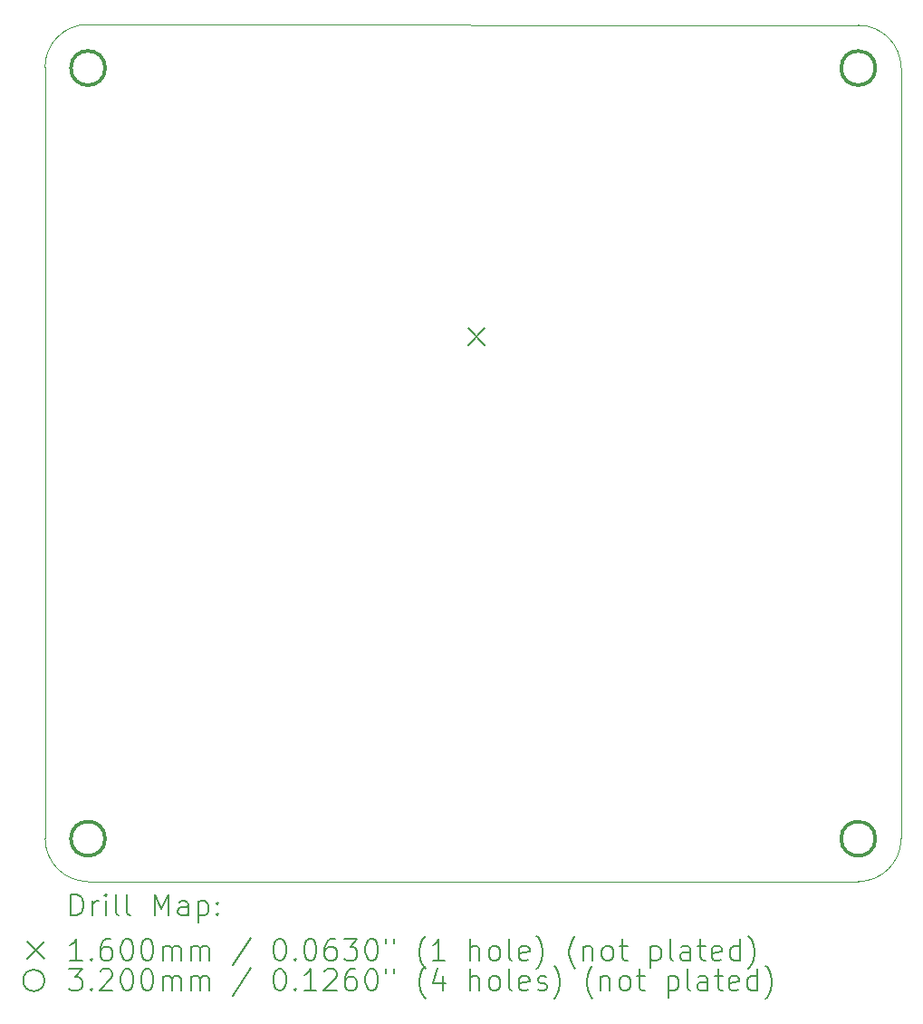
<source format=gbr>
%TF.GenerationSoftware,KiCad,Pcbnew,7.0.1*%
%TF.CreationDate,2024-03-23T22:37:26-05:00*%
%TF.ProjectId,Chassis,43686173-7369-4732-9e6b-696361645f70,rev?*%
%TF.SameCoordinates,Original*%
%TF.FileFunction,Drillmap*%
%TF.FilePolarity,Positive*%
%FSLAX45Y45*%
G04 Gerber Fmt 4.5, Leading zero omitted, Abs format (unit mm)*
G04 Created by KiCad (PCBNEW 7.0.1) date 2024-03-23 22:37:26*
%MOMM*%
%LPD*%
G01*
G04 APERTURE LIST*
%ADD10C,0.100000*%
%ADD11C,0.200000*%
%ADD12C,0.160000*%
%ADD13C,0.320000*%
G04 APERTURE END LIST*
D10*
X5232843Y-2532843D02*
X12434700Y-2540000D01*
X4834700Y-10140000D02*
X4832843Y-2932843D01*
X12434700Y-10540000D02*
G75*
G03*
X12834700Y-10140000I0J400000D01*
G01*
X12834700Y-2940000D02*
X12834700Y-10140000D01*
X12434700Y-10540000D02*
X5234700Y-10540000D01*
X4834700Y-10140000D02*
G75*
G03*
X5234700Y-10540000I400000J0D01*
G01*
X12834700Y-2940000D02*
G75*
G03*
X12434700Y-2540000I-400000J0D01*
G01*
X5232843Y-2532843D02*
G75*
G03*
X4832843Y-2932843I0J-400000D01*
G01*
D11*
D12*
X8786000Y-5370400D02*
X8946000Y-5530400D01*
X8946000Y-5370400D02*
X8786000Y-5530400D01*
D13*
X5394700Y-2940000D02*
G75*
G03*
X5394700Y-2940000I-160000J0D01*
G01*
X5394700Y-10140000D02*
G75*
G03*
X5394700Y-10140000I-160000J0D01*
G01*
X12594700Y-2940000D02*
G75*
G03*
X12594700Y-2940000I-160000J0D01*
G01*
X12594700Y-10140000D02*
G75*
G03*
X12594700Y-10140000I-160000J0D01*
G01*
D11*
X5075462Y-10857524D02*
X5075462Y-10657524D01*
X5075462Y-10657524D02*
X5123081Y-10657524D01*
X5123081Y-10657524D02*
X5151652Y-10667048D01*
X5151652Y-10667048D02*
X5170700Y-10686095D01*
X5170700Y-10686095D02*
X5180224Y-10705143D01*
X5180224Y-10705143D02*
X5189747Y-10743238D01*
X5189747Y-10743238D02*
X5189747Y-10771810D01*
X5189747Y-10771810D02*
X5180224Y-10809905D01*
X5180224Y-10809905D02*
X5170700Y-10828952D01*
X5170700Y-10828952D02*
X5151652Y-10848000D01*
X5151652Y-10848000D02*
X5123081Y-10857524D01*
X5123081Y-10857524D02*
X5075462Y-10857524D01*
X5275462Y-10857524D02*
X5275462Y-10724190D01*
X5275462Y-10762286D02*
X5284986Y-10743238D01*
X5284986Y-10743238D02*
X5294509Y-10733714D01*
X5294509Y-10733714D02*
X5313557Y-10724190D01*
X5313557Y-10724190D02*
X5332605Y-10724190D01*
X5399271Y-10857524D02*
X5399271Y-10724190D01*
X5399271Y-10657524D02*
X5389747Y-10667048D01*
X5389747Y-10667048D02*
X5399271Y-10676571D01*
X5399271Y-10676571D02*
X5408795Y-10667048D01*
X5408795Y-10667048D02*
X5399271Y-10657524D01*
X5399271Y-10657524D02*
X5399271Y-10676571D01*
X5523081Y-10857524D02*
X5504033Y-10848000D01*
X5504033Y-10848000D02*
X5494509Y-10828952D01*
X5494509Y-10828952D02*
X5494509Y-10657524D01*
X5627843Y-10857524D02*
X5608795Y-10848000D01*
X5608795Y-10848000D02*
X5599271Y-10828952D01*
X5599271Y-10828952D02*
X5599271Y-10657524D01*
X5856414Y-10857524D02*
X5856414Y-10657524D01*
X5856414Y-10657524D02*
X5923081Y-10800381D01*
X5923081Y-10800381D02*
X5989747Y-10657524D01*
X5989747Y-10657524D02*
X5989747Y-10857524D01*
X6170700Y-10857524D02*
X6170700Y-10752762D01*
X6170700Y-10752762D02*
X6161176Y-10733714D01*
X6161176Y-10733714D02*
X6142128Y-10724190D01*
X6142128Y-10724190D02*
X6104033Y-10724190D01*
X6104033Y-10724190D02*
X6084985Y-10733714D01*
X6170700Y-10848000D02*
X6151652Y-10857524D01*
X6151652Y-10857524D02*
X6104033Y-10857524D01*
X6104033Y-10857524D02*
X6084985Y-10848000D01*
X6084985Y-10848000D02*
X6075462Y-10828952D01*
X6075462Y-10828952D02*
X6075462Y-10809905D01*
X6075462Y-10809905D02*
X6084985Y-10790857D01*
X6084985Y-10790857D02*
X6104033Y-10781333D01*
X6104033Y-10781333D02*
X6151652Y-10781333D01*
X6151652Y-10781333D02*
X6170700Y-10771810D01*
X6265938Y-10724190D02*
X6265938Y-10924190D01*
X6265938Y-10733714D02*
X6284985Y-10724190D01*
X6284985Y-10724190D02*
X6323081Y-10724190D01*
X6323081Y-10724190D02*
X6342128Y-10733714D01*
X6342128Y-10733714D02*
X6351652Y-10743238D01*
X6351652Y-10743238D02*
X6361176Y-10762286D01*
X6361176Y-10762286D02*
X6361176Y-10819429D01*
X6361176Y-10819429D02*
X6351652Y-10838476D01*
X6351652Y-10838476D02*
X6342128Y-10848000D01*
X6342128Y-10848000D02*
X6323081Y-10857524D01*
X6323081Y-10857524D02*
X6284985Y-10857524D01*
X6284985Y-10857524D02*
X6265938Y-10848000D01*
X6446890Y-10838476D02*
X6456414Y-10848000D01*
X6456414Y-10848000D02*
X6446890Y-10857524D01*
X6446890Y-10857524D02*
X6437366Y-10848000D01*
X6437366Y-10848000D02*
X6446890Y-10838476D01*
X6446890Y-10838476D02*
X6446890Y-10857524D01*
X6446890Y-10733714D02*
X6456414Y-10743238D01*
X6456414Y-10743238D02*
X6446890Y-10752762D01*
X6446890Y-10752762D02*
X6437366Y-10743238D01*
X6437366Y-10743238D02*
X6446890Y-10733714D01*
X6446890Y-10733714D02*
X6446890Y-10752762D01*
D12*
X4667843Y-11105000D02*
X4827843Y-11265000D01*
X4827843Y-11105000D02*
X4667843Y-11265000D01*
D11*
X5180224Y-11277524D02*
X5065938Y-11277524D01*
X5123081Y-11277524D02*
X5123081Y-11077524D01*
X5123081Y-11077524D02*
X5104033Y-11106095D01*
X5104033Y-11106095D02*
X5084986Y-11125143D01*
X5084986Y-11125143D02*
X5065938Y-11134667D01*
X5265938Y-11258476D02*
X5275462Y-11268000D01*
X5275462Y-11268000D02*
X5265938Y-11277524D01*
X5265938Y-11277524D02*
X5256414Y-11268000D01*
X5256414Y-11268000D02*
X5265938Y-11258476D01*
X5265938Y-11258476D02*
X5265938Y-11277524D01*
X5446890Y-11077524D02*
X5408795Y-11077524D01*
X5408795Y-11077524D02*
X5389747Y-11087048D01*
X5389747Y-11087048D02*
X5380224Y-11096571D01*
X5380224Y-11096571D02*
X5361176Y-11125143D01*
X5361176Y-11125143D02*
X5351652Y-11163238D01*
X5351652Y-11163238D02*
X5351652Y-11239428D01*
X5351652Y-11239428D02*
X5361176Y-11258476D01*
X5361176Y-11258476D02*
X5370700Y-11268000D01*
X5370700Y-11268000D02*
X5389747Y-11277524D01*
X5389747Y-11277524D02*
X5427843Y-11277524D01*
X5427843Y-11277524D02*
X5446890Y-11268000D01*
X5446890Y-11268000D02*
X5456414Y-11258476D01*
X5456414Y-11258476D02*
X5465938Y-11239428D01*
X5465938Y-11239428D02*
X5465938Y-11191809D01*
X5465938Y-11191809D02*
X5456414Y-11172762D01*
X5456414Y-11172762D02*
X5446890Y-11163238D01*
X5446890Y-11163238D02*
X5427843Y-11153714D01*
X5427843Y-11153714D02*
X5389747Y-11153714D01*
X5389747Y-11153714D02*
X5370700Y-11163238D01*
X5370700Y-11163238D02*
X5361176Y-11172762D01*
X5361176Y-11172762D02*
X5351652Y-11191809D01*
X5589747Y-11077524D02*
X5608795Y-11077524D01*
X5608795Y-11077524D02*
X5627843Y-11087048D01*
X5627843Y-11087048D02*
X5637366Y-11096571D01*
X5637366Y-11096571D02*
X5646890Y-11115619D01*
X5646890Y-11115619D02*
X5656414Y-11153714D01*
X5656414Y-11153714D02*
X5656414Y-11201333D01*
X5656414Y-11201333D02*
X5646890Y-11239428D01*
X5646890Y-11239428D02*
X5637366Y-11258476D01*
X5637366Y-11258476D02*
X5627843Y-11268000D01*
X5627843Y-11268000D02*
X5608795Y-11277524D01*
X5608795Y-11277524D02*
X5589747Y-11277524D01*
X5589747Y-11277524D02*
X5570700Y-11268000D01*
X5570700Y-11268000D02*
X5561176Y-11258476D01*
X5561176Y-11258476D02*
X5551652Y-11239428D01*
X5551652Y-11239428D02*
X5542128Y-11201333D01*
X5542128Y-11201333D02*
X5542128Y-11153714D01*
X5542128Y-11153714D02*
X5551652Y-11115619D01*
X5551652Y-11115619D02*
X5561176Y-11096571D01*
X5561176Y-11096571D02*
X5570700Y-11087048D01*
X5570700Y-11087048D02*
X5589747Y-11077524D01*
X5780224Y-11077524D02*
X5799271Y-11077524D01*
X5799271Y-11077524D02*
X5818319Y-11087048D01*
X5818319Y-11087048D02*
X5827843Y-11096571D01*
X5827843Y-11096571D02*
X5837366Y-11115619D01*
X5837366Y-11115619D02*
X5846890Y-11153714D01*
X5846890Y-11153714D02*
X5846890Y-11201333D01*
X5846890Y-11201333D02*
X5837366Y-11239428D01*
X5837366Y-11239428D02*
X5827843Y-11258476D01*
X5827843Y-11258476D02*
X5818319Y-11268000D01*
X5818319Y-11268000D02*
X5799271Y-11277524D01*
X5799271Y-11277524D02*
X5780224Y-11277524D01*
X5780224Y-11277524D02*
X5761176Y-11268000D01*
X5761176Y-11268000D02*
X5751652Y-11258476D01*
X5751652Y-11258476D02*
X5742128Y-11239428D01*
X5742128Y-11239428D02*
X5732605Y-11201333D01*
X5732605Y-11201333D02*
X5732605Y-11153714D01*
X5732605Y-11153714D02*
X5742128Y-11115619D01*
X5742128Y-11115619D02*
X5751652Y-11096571D01*
X5751652Y-11096571D02*
X5761176Y-11087048D01*
X5761176Y-11087048D02*
X5780224Y-11077524D01*
X5932605Y-11277524D02*
X5932605Y-11144190D01*
X5932605Y-11163238D02*
X5942128Y-11153714D01*
X5942128Y-11153714D02*
X5961176Y-11144190D01*
X5961176Y-11144190D02*
X5989747Y-11144190D01*
X5989747Y-11144190D02*
X6008795Y-11153714D01*
X6008795Y-11153714D02*
X6018319Y-11172762D01*
X6018319Y-11172762D02*
X6018319Y-11277524D01*
X6018319Y-11172762D02*
X6027843Y-11153714D01*
X6027843Y-11153714D02*
X6046890Y-11144190D01*
X6046890Y-11144190D02*
X6075462Y-11144190D01*
X6075462Y-11144190D02*
X6094509Y-11153714D01*
X6094509Y-11153714D02*
X6104033Y-11172762D01*
X6104033Y-11172762D02*
X6104033Y-11277524D01*
X6199271Y-11277524D02*
X6199271Y-11144190D01*
X6199271Y-11163238D02*
X6208795Y-11153714D01*
X6208795Y-11153714D02*
X6227843Y-11144190D01*
X6227843Y-11144190D02*
X6256414Y-11144190D01*
X6256414Y-11144190D02*
X6275462Y-11153714D01*
X6275462Y-11153714D02*
X6284986Y-11172762D01*
X6284986Y-11172762D02*
X6284986Y-11277524D01*
X6284986Y-11172762D02*
X6294509Y-11153714D01*
X6294509Y-11153714D02*
X6313557Y-11144190D01*
X6313557Y-11144190D02*
X6342128Y-11144190D01*
X6342128Y-11144190D02*
X6361176Y-11153714D01*
X6361176Y-11153714D02*
X6370700Y-11172762D01*
X6370700Y-11172762D02*
X6370700Y-11277524D01*
X6761176Y-11068000D02*
X6589748Y-11325143D01*
X7018319Y-11077524D02*
X7037367Y-11077524D01*
X7037367Y-11077524D02*
X7056414Y-11087048D01*
X7056414Y-11087048D02*
X7065938Y-11096571D01*
X7065938Y-11096571D02*
X7075462Y-11115619D01*
X7075462Y-11115619D02*
X7084986Y-11153714D01*
X7084986Y-11153714D02*
X7084986Y-11201333D01*
X7084986Y-11201333D02*
X7075462Y-11239428D01*
X7075462Y-11239428D02*
X7065938Y-11258476D01*
X7065938Y-11258476D02*
X7056414Y-11268000D01*
X7056414Y-11268000D02*
X7037367Y-11277524D01*
X7037367Y-11277524D02*
X7018319Y-11277524D01*
X7018319Y-11277524D02*
X6999271Y-11268000D01*
X6999271Y-11268000D02*
X6989748Y-11258476D01*
X6989748Y-11258476D02*
X6980224Y-11239428D01*
X6980224Y-11239428D02*
X6970700Y-11201333D01*
X6970700Y-11201333D02*
X6970700Y-11153714D01*
X6970700Y-11153714D02*
X6980224Y-11115619D01*
X6980224Y-11115619D02*
X6989748Y-11096571D01*
X6989748Y-11096571D02*
X6999271Y-11087048D01*
X6999271Y-11087048D02*
X7018319Y-11077524D01*
X7170700Y-11258476D02*
X7180224Y-11268000D01*
X7180224Y-11268000D02*
X7170700Y-11277524D01*
X7170700Y-11277524D02*
X7161176Y-11268000D01*
X7161176Y-11268000D02*
X7170700Y-11258476D01*
X7170700Y-11258476D02*
X7170700Y-11277524D01*
X7304033Y-11077524D02*
X7323081Y-11077524D01*
X7323081Y-11077524D02*
X7342129Y-11087048D01*
X7342129Y-11087048D02*
X7351652Y-11096571D01*
X7351652Y-11096571D02*
X7361176Y-11115619D01*
X7361176Y-11115619D02*
X7370700Y-11153714D01*
X7370700Y-11153714D02*
X7370700Y-11201333D01*
X7370700Y-11201333D02*
X7361176Y-11239428D01*
X7361176Y-11239428D02*
X7351652Y-11258476D01*
X7351652Y-11258476D02*
X7342129Y-11268000D01*
X7342129Y-11268000D02*
X7323081Y-11277524D01*
X7323081Y-11277524D02*
X7304033Y-11277524D01*
X7304033Y-11277524D02*
X7284986Y-11268000D01*
X7284986Y-11268000D02*
X7275462Y-11258476D01*
X7275462Y-11258476D02*
X7265938Y-11239428D01*
X7265938Y-11239428D02*
X7256414Y-11201333D01*
X7256414Y-11201333D02*
X7256414Y-11153714D01*
X7256414Y-11153714D02*
X7265938Y-11115619D01*
X7265938Y-11115619D02*
X7275462Y-11096571D01*
X7275462Y-11096571D02*
X7284986Y-11087048D01*
X7284986Y-11087048D02*
X7304033Y-11077524D01*
X7542129Y-11077524D02*
X7504033Y-11077524D01*
X7504033Y-11077524D02*
X7484986Y-11087048D01*
X7484986Y-11087048D02*
X7475462Y-11096571D01*
X7475462Y-11096571D02*
X7456414Y-11125143D01*
X7456414Y-11125143D02*
X7446890Y-11163238D01*
X7446890Y-11163238D02*
X7446890Y-11239428D01*
X7446890Y-11239428D02*
X7456414Y-11258476D01*
X7456414Y-11258476D02*
X7465938Y-11268000D01*
X7465938Y-11268000D02*
X7484986Y-11277524D01*
X7484986Y-11277524D02*
X7523081Y-11277524D01*
X7523081Y-11277524D02*
X7542129Y-11268000D01*
X7542129Y-11268000D02*
X7551652Y-11258476D01*
X7551652Y-11258476D02*
X7561176Y-11239428D01*
X7561176Y-11239428D02*
X7561176Y-11191809D01*
X7561176Y-11191809D02*
X7551652Y-11172762D01*
X7551652Y-11172762D02*
X7542129Y-11163238D01*
X7542129Y-11163238D02*
X7523081Y-11153714D01*
X7523081Y-11153714D02*
X7484986Y-11153714D01*
X7484986Y-11153714D02*
X7465938Y-11163238D01*
X7465938Y-11163238D02*
X7456414Y-11172762D01*
X7456414Y-11172762D02*
X7446890Y-11191809D01*
X7627843Y-11077524D02*
X7751652Y-11077524D01*
X7751652Y-11077524D02*
X7684986Y-11153714D01*
X7684986Y-11153714D02*
X7713557Y-11153714D01*
X7713557Y-11153714D02*
X7732605Y-11163238D01*
X7732605Y-11163238D02*
X7742129Y-11172762D01*
X7742129Y-11172762D02*
X7751652Y-11191809D01*
X7751652Y-11191809D02*
X7751652Y-11239428D01*
X7751652Y-11239428D02*
X7742129Y-11258476D01*
X7742129Y-11258476D02*
X7732605Y-11268000D01*
X7732605Y-11268000D02*
X7713557Y-11277524D01*
X7713557Y-11277524D02*
X7656414Y-11277524D01*
X7656414Y-11277524D02*
X7637367Y-11268000D01*
X7637367Y-11268000D02*
X7627843Y-11258476D01*
X7875462Y-11077524D02*
X7894510Y-11077524D01*
X7894510Y-11077524D02*
X7913557Y-11087048D01*
X7913557Y-11087048D02*
X7923081Y-11096571D01*
X7923081Y-11096571D02*
X7932605Y-11115619D01*
X7932605Y-11115619D02*
X7942129Y-11153714D01*
X7942129Y-11153714D02*
X7942129Y-11201333D01*
X7942129Y-11201333D02*
X7932605Y-11239428D01*
X7932605Y-11239428D02*
X7923081Y-11258476D01*
X7923081Y-11258476D02*
X7913557Y-11268000D01*
X7913557Y-11268000D02*
X7894510Y-11277524D01*
X7894510Y-11277524D02*
X7875462Y-11277524D01*
X7875462Y-11277524D02*
X7856414Y-11268000D01*
X7856414Y-11268000D02*
X7846890Y-11258476D01*
X7846890Y-11258476D02*
X7837367Y-11239428D01*
X7837367Y-11239428D02*
X7827843Y-11201333D01*
X7827843Y-11201333D02*
X7827843Y-11153714D01*
X7827843Y-11153714D02*
X7837367Y-11115619D01*
X7837367Y-11115619D02*
X7846890Y-11096571D01*
X7846890Y-11096571D02*
X7856414Y-11087048D01*
X7856414Y-11087048D02*
X7875462Y-11077524D01*
X8018319Y-11077524D02*
X8018319Y-11115619D01*
X8094510Y-11077524D02*
X8094510Y-11115619D01*
X8389748Y-11353714D02*
X8380224Y-11344190D01*
X8380224Y-11344190D02*
X8361176Y-11315619D01*
X8361176Y-11315619D02*
X8351652Y-11296571D01*
X8351652Y-11296571D02*
X8342129Y-11268000D01*
X8342129Y-11268000D02*
X8332605Y-11220381D01*
X8332605Y-11220381D02*
X8332605Y-11182286D01*
X8332605Y-11182286D02*
X8342129Y-11134667D01*
X8342129Y-11134667D02*
X8351652Y-11106095D01*
X8351652Y-11106095D02*
X8361176Y-11087048D01*
X8361176Y-11087048D02*
X8380224Y-11058476D01*
X8380224Y-11058476D02*
X8389748Y-11048952D01*
X8570700Y-11277524D02*
X8456414Y-11277524D01*
X8513557Y-11277524D02*
X8513557Y-11077524D01*
X8513557Y-11077524D02*
X8494510Y-11106095D01*
X8494510Y-11106095D02*
X8475462Y-11125143D01*
X8475462Y-11125143D02*
X8456414Y-11134667D01*
X8808795Y-11277524D02*
X8808795Y-11077524D01*
X8894510Y-11277524D02*
X8894510Y-11172762D01*
X8894510Y-11172762D02*
X8884986Y-11153714D01*
X8884986Y-11153714D02*
X8865938Y-11144190D01*
X8865938Y-11144190D02*
X8837367Y-11144190D01*
X8837367Y-11144190D02*
X8818319Y-11153714D01*
X8818319Y-11153714D02*
X8808795Y-11163238D01*
X9018319Y-11277524D02*
X8999272Y-11268000D01*
X8999272Y-11268000D02*
X8989748Y-11258476D01*
X8989748Y-11258476D02*
X8980224Y-11239428D01*
X8980224Y-11239428D02*
X8980224Y-11182286D01*
X8980224Y-11182286D02*
X8989748Y-11163238D01*
X8989748Y-11163238D02*
X8999272Y-11153714D01*
X8999272Y-11153714D02*
X9018319Y-11144190D01*
X9018319Y-11144190D02*
X9046891Y-11144190D01*
X9046891Y-11144190D02*
X9065938Y-11153714D01*
X9065938Y-11153714D02*
X9075462Y-11163238D01*
X9075462Y-11163238D02*
X9084986Y-11182286D01*
X9084986Y-11182286D02*
X9084986Y-11239428D01*
X9084986Y-11239428D02*
X9075462Y-11258476D01*
X9075462Y-11258476D02*
X9065938Y-11268000D01*
X9065938Y-11268000D02*
X9046891Y-11277524D01*
X9046891Y-11277524D02*
X9018319Y-11277524D01*
X9199272Y-11277524D02*
X9180224Y-11268000D01*
X9180224Y-11268000D02*
X9170700Y-11248952D01*
X9170700Y-11248952D02*
X9170700Y-11077524D01*
X9351653Y-11268000D02*
X9332605Y-11277524D01*
X9332605Y-11277524D02*
X9294510Y-11277524D01*
X9294510Y-11277524D02*
X9275462Y-11268000D01*
X9275462Y-11268000D02*
X9265938Y-11248952D01*
X9265938Y-11248952D02*
X9265938Y-11172762D01*
X9265938Y-11172762D02*
X9275462Y-11153714D01*
X9275462Y-11153714D02*
X9294510Y-11144190D01*
X9294510Y-11144190D02*
X9332605Y-11144190D01*
X9332605Y-11144190D02*
X9351653Y-11153714D01*
X9351653Y-11153714D02*
X9361176Y-11172762D01*
X9361176Y-11172762D02*
X9361176Y-11191809D01*
X9361176Y-11191809D02*
X9265938Y-11210857D01*
X9427843Y-11353714D02*
X9437367Y-11344190D01*
X9437367Y-11344190D02*
X9456415Y-11315619D01*
X9456415Y-11315619D02*
X9465938Y-11296571D01*
X9465938Y-11296571D02*
X9475462Y-11268000D01*
X9475462Y-11268000D02*
X9484986Y-11220381D01*
X9484986Y-11220381D02*
X9484986Y-11182286D01*
X9484986Y-11182286D02*
X9475462Y-11134667D01*
X9475462Y-11134667D02*
X9465938Y-11106095D01*
X9465938Y-11106095D02*
X9456415Y-11087048D01*
X9456415Y-11087048D02*
X9437367Y-11058476D01*
X9437367Y-11058476D02*
X9427843Y-11048952D01*
X9789748Y-11353714D02*
X9780224Y-11344190D01*
X9780224Y-11344190D02*
X9761176Y-11315619D01*
X9761176Y-11315619D02*
X9751653Y-11296571D01*
X9751653Y-11296571D02*
X9742129Y-11268000D01*
X9742129Y-11268000D02*
X9732605Y-11220381D01*
X9732605Y-11220381D02*
X9732605Y-11182286D01*
X9732605Y-11182286D02*
X9742129Y-11134667D01*
X9742129Y-11134667D02*
X9751653Y-11106095D01*
X9751653Y-11106095D02*
X9761176Y-11087048D01*
X9761176Y-11087048D02*
X9780224Y-11058476D01*
X9780224Y-11058476D02*
X9789748Y-11048952D01*
X9865938Y-11144190D02*
X9865938Y-11277524D01*
X9865938Y-11163238D02*
X9875462Y-11153714D01*
X9875462Y-11153714D02*
X9894510Y-11144190D01*
X9894510Y-11144190D02*
X9923081Y-11144190D01*
X9923081Y-11144190D02*
X9942129Y-11153714D01*
X9942129Y-11153714D02*
X9951653Y-11172762D01*
X9951653Y-11172762D02*
X9951653Y-11277524D01*
X10075462Y-11277524D02*
X10056415Y-11268000D01*
X10056415Y-11268000D02*
X10046891Y-11258476D01*
X10046891Y-11258476D02*
X10037367Y-11239428D01*
X10037367Y-11239428D02*
X10037367Y-11182286D01*
X10037367Y-11182286D02*
X10046891Y-11163238D01*
X10046891Y-11163238D02*
X10056415Y-11153714D01*
X10056415Y-11153714D02*
X10075462Y-11144190D01*
X10075462Y-11144190D02*
X10104034Y-11144190D01*
X10104034Y-11144190D02*
X10123081Y-11153714D01*
X10123081Y-11153714D02*
X10132605Y-11163238D01*
X10132605Y-11163238D02*
X10142129Y-11182286D01*
X10142129Y-11182286D02*
X10142129Y-11239428D01*
X10142129Y-11239428D02*
X10132605Y-11258476D01*
X10132605Y-11258476D02*
X10123081Y-11268000D01*
X10123081Y-11268000D02*
X10104034Y-11277524D01*
X10104034Y-11277524D02*
X10075462Y-11277524D01*
X10199272Y-11144190D02*
X10275462Y-11144190D01*
X10227843Y-11077524D02*
X10227843Y-11248952D01*
X10227843Y-11248952D02*
X10237367Y-11268000D01*
X10237367Y-11268000D02*
X10256415Y-11277524D01*
X10256415Y-11277524D02*
X10275462Y-11277524D01*
X10494510Y-11144190D02*
X10494510Y-11344190D01*
X10494510Y-11153714D02*
X10513557Y-11144190D01*
X10513557Y-11144190D02*
X10551653Y-11144190D01*
X10551653Y-11144190D02*
X10570700Y-11153714D01*
X10570700Y-11153714D02*
X10580224Y-11163238D01*
X10580224Y-11163238D02*
X10589748Y-11182286D01*
X10589748Y-11182286D02*
X10589748Y-11239428D01*
X10589748Y-11239428D02*
X10580224Y-11258476D01*
X10580224Y-11258476D02*
X10570700Y-11268000D01*
X10570700Y-11268000D02*
X10551653Y-11277524D01*
X10551653Y-11277524D02*
X10513557Y-11277524D01*
X10513557Y-11277524D02*
X10494510Y-11268000D01*
X10704034Y-11277524D02*
X10684986Y-11268000D01*
X10684986Y-11268000D02*
X10675462Y-11248952D01*
X10675462Y-11248952D02*
X10675462Y-11077524D01*
X10865938Y-11277524D02*
X10865938Y-11172762D01*
X10865938Y-11172762D02*
X10856415Y-11153714D01*
X10856415Y-11153714D02*
X10837367Y-11144190D01*
X10837367Y-11144190D02*
X10799272Y-11144190D01*
X10799272Y-11144190D02*
X10780224Y-11153714D01*
X10865938Y-11268000D02*
X10846891Y-11277524D01*
X10846891Y-11277524D02*
X10799272Y-11277524D01*
X10799272Y-11277524D02*
X10780224Y-11268000D01*
X10780224Y-11268000D02*
X10770700Y-11248952D01*
X10770700Y-11248952D02*
X10770700Y-11229905D01*
X10770700Y-11229905D02*
X10780224Y-11210857D01*
X10780224Y-11210857D02*
X10799272Y-11201333D01*
X10799272Y-11201333D02*
X10846891Y-11201333D01*
X10846891Y-11201333D02*
X10865938Y-11191809D01*
X10932605Y-11144190D02*
X11008796Y-11144190D01*
X10961177Y-11077524D02*
X10961177Y-11248952D01*
X10961177Y-11248952D02*
X10970700Y-11268000D01*
X10970700Y-11268000D02*
X10989748Y-11277524D01*
X10989748Y-11277524D02*
X11008796Y-11277524D01*
X11151653Y-11268000D02*
X11132605Y-11277524D01*
X11132605Y-11277524D02*
X11094510Y-11277524D01*
X11094510Y-11277524D02*
X11075462Y-11268000D01*
X11075462Y-11268000D02*
X11065938Y-11248952D01*
X11065938Y-11248952D02*
X11065938Y-11172762D01*
X11065938Y-11172762D02*
X11075462Y-11153714D01*
X11075462Y-11153714D02*
X11094510Y-11144190D01*
X11094510Y-11144190D02*
X11132605Y-11144190D01*
X11132605Y-11144190D02*
X11151653Y-11153714D01*
X11151653Y-11153714D02*
X11161177Y-11172762D01*
X11161177Y-11172762D02*
X11161177Y-11191809D01*
X11161177Y-11191809D02*
X11065938Y-11210857D01*
X11332605Y-11277524D02*
X11332605Y-11077524D01*
X11332605Y-11268000D02*
X11313557Y-11277524D01*
X11313557Y-11277524D02*
X11275462Y-11277524D01*
X11275462Y-11277524D02*
X11256415Y-11268000D01*
X11256415Y-11268000D02*
X11246891Y-11258476D01*
X11246891Y-11258476D02*
X11237367Y-11239428D01*
X11237367Y-11239428D02*
X11237367Y-11182286D01*
X11237367Y-11182286D02*
X11246891Y-11163238D01*
X11246891Y-11163238D02*
X11256415Y-11153714D01*
X11256415Y-11153714D02*
X11275462Y-11144190D01*
X11275462Y-11144190D02*
X11313557Y-11144190D01*
X11313557Y-11144190D02*
X11332605Y-11153714D01*
X11408796Y-11353714D02*
X11418319Y-11344190D01*
X11418319Y-11344190D02*
X11437367Y-11315619D01*
X11437367Y-11315619D02*
X11446891Y-11296571D01*
X11446891Y-11296571D02*
X11456415Y-11268000D01*
X11456415Y-11268000D02*
X11465938Y-11220381D01*
X11465938Y-11220381D02*
X11465938Y-11182286D01*
X11465938Y-11182286D02*
X11456415Y-11134667D01*
X11456415Y-11134667D02*
X11446891Y-11106095D01*
X11446891Y-11106095D02*
X11437367Y-11087048D01*
X11437367Y-11087048D02*
X11418319Y-11058476D01*
X11418319Y-11058476D02*
X11408796Y-11048952D01*
X4827843Y-11465000D02*
G75*
G03*
X4827843Y-11465000I-100000J0D01*
G01*
X5056414Y-11357524D02*
X5180224Y-11357524D01*
X5180224Y-11357524D02*
X5113557Y-11433714D01*
X5113557Y-11433714D02*
X5142128Y-11433714D01*
X5142128Y-11433714D02*
X5161176Y-11443238D01*
X5161176Y-11443238D02*
X5170700Y-11452762D01*
X5170700Y-11452762D02*
X5180224Y-11471809D01*
X5180224Y-11471809D02*
X5180224Y-11519428D01*
X5180224Y-11519428D02*
X5170700Y-11538476D01*
X5170700Y-11538476D02*
X5161176Y-11548000D01*
X5161176Y-11548000D02*
X5142128Y-11557524D01*
X5142128Y-11557524D02*
X5084986Y-11557524D01*
X5084986Y-11557524D02*
X5065938Y-11548000D01*
X5065938Y-11548000D02*
X5056414Y-11538476D01*
X5265938Y-11538476D02*
X5275462Y-11548000D01*
X5275462Y-11548000D02*
X5265938Y-11557524D01*
X5265938Y-11557524D02*
X5256414Y-11548000D01*
X5256414Y-11548000D02*
X5265938Y-11538476D01*
X5265938Y-11538476D02*
X5265938Y-11557524D01*
X5351652Y-11376571D02*
X5361176Y-11367048D01*
X5361176Y-11367048D02*
X5380224Y-11357524D01*
X5380224Y-11357524D02*
X5427843Y-11357524D01*
X5427843Y-11357524D02*
X5446890Y-11367048D01*
X5446890Y-11367048D02*
X5456414Y-11376571D01*
X5456414Y-11376571D02*
X5465938Y-11395619D01*
X5465938Y-11395619D02*
X5465938Y-11414667D01*
X5465938Y-11414667D02*
X5456414Y-11443238D01*
X5456414Y-11443238D02*
X5342128Y-11557524D01*
X5342128Y-11557524D02*
X5465938Y-11557524D01*
X5589747Y-11357524D02*
X5608795Y-11357524D01*
X5608795Y-11357524D02*
X5627843Y-11367048D01*
X5627843Y-11367048D02*
X5637366Y-11376571D01*
X5637366Y-11376571D02*
X5646890Y-11395619D01*
X5646890Y-11395619D02*
X5656414Y-11433714D01*
X5656414Y-11433714D02*
X5656414Y-11481333D01*
X5656414Y-11481333D02*
X5646890Y-11519428D01*
X5646890Y-11519428D02*
X5637366Y-11538476D01*
X5637366Y-11538476D02*
X5627843Y-11548000D01*
X5627843Y-11548000D02*
X5608795Y-11557524D01*
X5608795Y-11557524D02*
X5589747Y-11557524D01*
X5589747Y-11557524D02*
X5570700Y-11548000D01*
X5570700Y-11548000D02*
X5561176Y-11538476D01*
X5561176Y-11538476D02*
X5551652Y-11519428D01*
X5551652Y-11519428D02*
X5542128Y-11481333D01*
X5542128Y-11481333D02*
X5542128Y-11433714D01*
X5542128Y-11433714D02*
X5551652Y-11395619D01*
X5551652Y-11395619D02*
X5561176Y-11376571D01*
X5561176Y-11376571D02*
X5570700Y-11367048D01*
X5570700Y-11367048D02*
X5589747Y-11357524D01*
X5780224Y-11357524D02*
X5799271Y-11357524D01*
X5799271Y-11357524D02*
X5818319Y-11367048D01*
X5818319Y-11367048D02*
X5827843Y-11376571D01*
X5827843Y-11376571D02*
X5837366Y-11395619D01*
X5837366Y-11395619D02*
X5846890Y-11433714D01*
X5846890Y-11433714D02*
X5846890Y-11481333D01*
X5846890Y-11481333D02*
X5837366Y-11519428D01*
X5837366Y-11519428D02*
X5827843Y-11538476D01*
X5827843Y-11538476D02*
X5818319Y-11548000D01*
X5818319Y-11548000D02*
X5799271Y-11557524D01*
X5799271Y-11557524D02*
X5780224Y-11557524D01*
X5780224Y-11557524D02*
X5761176Y-11548000D01*
X5761176Y-11548000D02*
X5751652Y-11538476D01*
X5751652Y-11538476D02*
X5742128Y-11519428D01*
X5742128Y-11519428D02*
X5732605Y-11481333D01*
X5732605Y-11481333D02*
X5732605Y-11433714D01*
X5732605Y-11433714D02*
X5742128Y-11395619D01*
X5742128Y-11395619D02*
X5751652Y-11376571D01*
X5751652Y-11376571D02*
X5761176Y-11367048D01*
X5761176Y-11367048D02*
X5780224Y-11357524D01*
X5932605Y-11557524D02*
X5932605Y-11424190D01*
X5932605Y-11443238D02*
X5942128Y-11433714D01*
X5942128Y-11433714D02*
X5961176Y-11424190D01*
X5961176Y-11424190D02*
X5989747Y-11424190D01*
X5989747Y-11424190D02*
X6008795Y-11433714D01*
X6008795Y-11433714D02*
X6018319Y-11452762D01*
X6018319Y-11452762D02*
X6018319Y-11557524D01*
X6018319Y-11452762D02*
X6027843Y-11433714D01*
X6027843Y-11433714D02*
X6046890Y-11424190D01*
X6046890Y-11424190D02*
X6075462Y-11424190D01*
X6075462Y-11424190D02*
X6094509Y-11433714D01*
X6094509Y-11433714D02*
X6104033Y-11452762D01*
X6104033Y-11452762D02*
X6104033Y-11557524D01*
X6199271Y-11557524D02*
X6199271Y-11424190D01*
X6199271Y-11443238D02*
X6208795Y-11433714D01*
X6208795Y-11433714D02*
X6227843Y-11424190D01*
X6227843Y-11424190D02*
X6256414Y-11424190D01*
X6256414Y-11424190D02*
X6275462Y-11433714D01*
X6275462Y-11433714D02*
X6284986Y-11452762D01*
X6284986Y-11452762D02*
X6284986Y-11557524D01*
X6284986Y-11452762D02*
X6294509Y-11433714D01*
X6294509Y-11433714D02*
X6313557Y-11424190D01*
X6313557Y-11424190D02*
X6342128Y-11424190D01*
X6342128Y-11424190D02*
X6361176Y-11433714D01*
X6361176Y-11433714D02*
X6370700Y-11452762D01*
X6370700Y-11452762D02*
X6370700Y-11557524D01*
X6761176Y-11348000D02*
X6589748Y-11605143D01*
X7018319Y-11357524D02*
X7037367Y-11357524D01*
X7037367Y-11357524D02*
X7056414Y-11367048D01*
X7056414Y-11367048D02*
X7065938Y-11376571D01*
X7065938Y-11376571D02*
X7075462Y-11395619D01*
X7075462Y-11395619D02*
X7084986Y-11433714D01*
X7084986Y-11433714D02*
X7084986Y-11481333D01*
X7084986Y-11481333D02*
X7075462Y-11519428D01*
X7075462Y-11519428D02*
X7065938Y-11538476D01*
X7065938Y-11538476D02*
X7056414Y-11548000D01*
X7056414Y-11548000D02*
X7037367Y-11557524D01*
X7037367Y-11557524D02*
X7018319Y-11557524D01*
X7018319Y-11557524D02*
X6999271Y-11548000D01*
X6999271Y-11548000D02*
X6989748Y-11538476D01*
X6989748Y-11538476D02*
X6980224Y-11519428D01*
X6980224Y-11519428D02*
X6970700Y-11481333D01*
X6970700Y-11481333D02*
X6970700Y-11433714D01*
X6970700Y-11433714D02*
X6980224Y-11395619D01*
X6980224Y-11395619D02*
X6989748Y-11376571D01*
X6989748Y-11376571D02*
X6999271Y-11367048D01*
X6999271Y-11367048D02*
X7018319Y-11357524D01*
X7170700Y-11538476D02*
X7180224Y-11548000D01*
X7180224Y-11548000D02*
X7170700Y-11557524D01*
X7170700Y-11557524D02*
X7161176Y-11548000D01*
X7161176Y-11548000D02*
X7170700Y-11538476D01*
X7170700Y-11538476D02*
X7170700Y-11557524D01*
X7370700Y-11557524D02*
X7256414Y-11557524D01*
X7313557Y-11557524D02*
X7313557Y-11357524D01*
X7313557Y-11357524D02*
X7294509Y-11386095D01*
X7294509Y-11386095D02*
X7275462Y-11405143D01*
X7275462Y-11405143D02*
X7256414Y-11414667D01*
X7446890Y-11376571D02*
X7456414Y-11367048D01*
X7456414Y-11367048D02*
X7475462Y-11357524D01*
X7475462Y-11357524D02*
X7523081Y-11357524D01*
X7523081Y-11357524D02*
X7542129Y-11367048D01*
X7542129Y-11367048D02*
X7551652Y-11376571D01*
X7551652Y-11376571D02*
X7561176Y-11395619D01*
X7561176Y-11395619D02*
X7561176Y-11414667D01*
X7561176Y-11414667D02*
X7551652Y-11443238D01*
X7551652Y-11443238D02*
X7437367Y-11557524D01*
X7437367Y-11557524D02*
X7561176Y-11557524D01*
X7732605Y-11357524D02*
X7694509Y-11357524D01*
X7694509Y-11357524D02*
X7675462Y-11367048D01*
X7675462Y-11367048D02*
X7665938Y-11376571D01*
X7665938Y-11376571D02*
X7646890Y-11405143D01*
X7646890Y-11405143D02*
X7637367Y-11443238D01*
X7637367Y-11443238D02*
X7637367Y-11519428D01*
X7637367Y-11519428D02*
X7646890Y-11538476D01*
X7646890Y-11538476D02*
X7656414Y-11548000D01*
X7656414Y-11548000D02*
X7675462Y-11557524D01*
X7675462Y-11557524D02*
X7713557Y-11557524D01*
X7713557Y-11557524D02*
X7732605Y-11548000D01*
X7732605Y-11548000D02*
X7742129Y-11538476D01*
X7742129Y-11538476D02*
X7751652Y-11519428D01*
X7751652Y-11519428D02*
X7751652Y-11471809D01*
X7751652Y-11471809D02*
X7742129Y-11452762D01*
X7742129Y-11452762D02*
X7732605Y-11443238D01*
X7732605Y-11443238D02*
X7713557Y-11433714D01*
X7713557Y-11433714D02*
X7675462Y-11433714D01*
X7675462Y-11433714D02*
X7656414Y-11443238D01*
X7656414Y-11443238D02*
X7646890Y-11452762D01*
X7646890Y-11452762D02*
X7637367Y-11471809D01*
X7875462Y-11357524D02*
X7894510Y-11357524D01*
X7894510Y-11357524D02*
X7913557Y-11367048D01*
X7913557Y-11367048D02*
X7923081Y-11376571D01*
X7923081Y-11376571D02*
X7932605Y-11395619D01*
X7932605Y-11395619D02*
X7942129Y-11433714D01*
X7942129Y-11433714D02*
X7942129Y-11481333D01*
X7942129Y-11481333D02*
X7932605Y-11519428D01*
X7932605Y-11519428D02*
X7923081Y-11538476D01*
X7923081Y-11538476D02*
X7913557Y-11548000D01*
X7913557Y-11548000D02*
X7894510Y-11557524D01*
X7894510Y-11557524D02*
X7875462Y-11557524D01*
X7875462Y-11557524D02*
X7856414Y-11548000D01*
X7856414Y-11548000D02*
X7846890Y-11538476D01*
X7846890Y-11538476D02*
X7837367Y-11519428D01*
X7837367Y-11519428D02*
X7827843Y-11481333D01*
X7827843Y-11481333D02*
X7827843Y-11433714D01*
X7827843Y-11433714D02*
X7837367Y-11395619D01*
X7837367Y-11395619D02*
X7846890Y-11376571D01*
X7846890Y-11376571D02*
X7856414Y-11367048D01*
X7856414Y-11367048D02*
X7875462Y-11357524D01*
X8018319Y-11357524D02*
X8018319Y-11395619D01*
X8094510Y-11357524D02*
X8094510Y-11395619D01*
X8389748Y-11633714D02*
X8380224Y-11624190D01*
X8380224Y-11624190D02*
X8361176Y-11595619D01*
X8361176Y-11595619D02*
X8351652Y-11576571D01*
X8351652Y-11576571D02*
X8342129Y-11548000D01*
X8342129Y-11548000D02*
X8332605Y-11500381D01*
X8332605Y-11500381D02*
X8332605Y-11462286D01*
X8332605Y-11462286D02*
X8342129Y-11414667D01*
X8342129Y-11414667D02*
X8351652Y-11386095D01*
X8351652Y-11386095D02*
X8361176Y-11367048D01*
X8361176Y-11367048D02*
X8380224Y-11338476D01*
X8380224Y-11338476D02*
X8389748Y-11328952D01*
X8551653Y-11424190D02*
X8551653Y-11557524D01*
X8504033Y-11348000D02*
X8456414Y-11490857D01*
X8456414Y-11490857D02*
X8580224Y-11490857D01*
X8808795Y-11557524D02*
X8808795Y-11357524D01*
X8894510Y-11557524D02*
X8894510Y-11452762D01*
X8894510Y-11452762D02*
X8884986Y-11433714D01*
X8884986Y-11433714D02*
X8865938Y-11424190D01*
X8865938Y-11424190D02*
X8837367Y-11424190D01*
X8837367Y-11424190D02*
X8818319Y-11433714D01*
X8818319Y-11433714D02*
X8808795Y-11443238D01*
X9018319Y-11557524D02*
X8999272Y-11548000D01*
X8999272Y-11548000D02*
X8989748Y-11538476D01*
X8989748Y-11538476D02*
X8980224Y-11519428D01*
X8980224Y-11519428D02*
X8980224Y-11462286D01*
X8980224Y-11462286D02*
X8989748Y-11443238D01*
X8989748Y-11443238D02*
X8999272Y-11433714D01*
X8999272Y-11433714D02*
X9018319Y-11424190D01*
X9018319Y-11424190D02*
X9046891Y-11424190D01*
X9046891Y-11424190D02*
X9065938Y-11433714D01*
X9065938Y-11433714D02*
X9075462Y-11443238D01*
X9075462Y-11443238D02*
X9084986Y-11462286D01*
X9084986Y-11462286D02*
X9084986Y-11519428D01*
X9084986Y-11519428D02*
X9075462Y-11538476D01*
X9075462Y-11538476D02*
X9065938Y-11548000D01*
X9065938Y-11548000D02*
X9046891Y-11557524D01*
X9046891Y-11557524D02*
X9018319Y-11557524D01*
X9199272Y-11557524D02*
X9180224Y-11548000D01*
X9180224Y-11548000D02*
X9170700Y-11528952D01*
X9170700Y-11528952D02*
X9170700Y-11357524D01*
X9351653Y-11548000D02*
X9332605Y-11557524D01*
X9332605Y-11557524D02*
X9294510Y-11557524D01*
X9294510Y-11557524D02*
X9275462Y-11548000D01*
X9275462Y-11548000D02*
X9265938Y-11528952D01*
X9265938Y-11528952D02*
X9265938Y-11452762D01*
X9265938Y-11452762D02*
X9275462Y-11433714D01*
X9275462Y-11433714D02*
X9294510Y-11424190D01*
X9294510Y-11424190D02*
X9332605Y-11424190D01*
X9332605Y-11424190D02*
X9351653Y-11433714D01*
X9351653Y-11433714D02*
X9361176Y-11452762D01*
X9361176Y-11452762D02*
X9361176Y-11471809D01*
X9361176Y-11471809D02*
X9265938Y-11490857D01*
X9437367Y-11548000D02*
X9456415Y-11557524D01*
X9456415Y-11557524D02*
X9494510Y-11557524D01*
X9494510Y-11557524D02*
X9513557Y-11548000D01*
X9513557Y-11548000D02*
X9523081Y-11528952D01*
X9523081Y-11528952D02*
X9523081Y-11519428D01*
X9523081Y-11519428D02*
X9513557Y-11500381D01*
X9513557Y-11500381D02*
X9494510Y-11490857D01*
X9494510Y-11490857D02*
X9465938Y-11490857D01*
X9465938Y-11490857D02*
X9446891Y-11481333D01*
X9446891Y-11481333D02*
X9437367Y-11462286D01*
X9437367Y-11462286D02*
X9437367Y-11452762D01*
X9437367Y-11452762D02*
X9446891Y-11433714D01*
X9446891Y-11433714D02*
X9465938Y-11424190D01*
X9465938Y-11424190D02*
X9494510Y-11424190D01*
X9494510Y-11424190D02*
X9513557Y-11433714D01*
X9589748Y-11633714D02*
X9599272Y-11624190D01*
X9599272Y-11624190D02*
X9618319Y-11595619D01*
X9618319Y-11595619D02*
X9627843Y-11576571D01*
X9627843Y-11576571D02*
X9637367Y-11548000D01*
X9637367Y-11548000D02*
X9646891Y-11500381D01*
X9646891Y-11500381D02*
X9646891Y-11462286D01*
X9646891Y-11462286D02*
X9637367Y-11414667D01*
X9637367Y-11414667D02*
X9627843Y-11386095D01*
X9627843Y-11386095D02*
X9618319Y-11367048D01*
X9618319Y-11367048D02*
X9599272Y-11338476D01*
X9599272Y-11338476D02*
X9589748Y-11328952D01*
X9951653Y-11633714D02*
X9942129Y-11624190D01*
X9942129Y-11624190D02*
X9923081Y-11595619D01*
X9923081Y-11595619D02*
X9913557Y-11576571D01*
X9913557Y-11576571D02*
X9904034Y-11548000D01*
X9904034Y-11548000D02*
X9894510Y-11500381D01*
X9894510Y-11500381D02*
X9894510Y-11462286D01*
X9894510Y-11462286D02*
X9904034Y-11414667D01*
X9904034Y-11414667D02*
X9913557Y-11386095D01*
X9913557Y-11386095D02*
X9923081Y-11367048D01*
X9923081Y-11367048D02*
X9942129Y-11338476D01*
X9942129Y-11338476D02*
X9951653Y-11328952D01*
X10027843Y-11424190D02*
X10027843Y-11557524D01*
X10027843Y-11443238D02*
X10037367Y-11433714D01*
X10037367Y-11433714D02*
X10056415Y-11424190D01*
X10056415Y-11424190D02*
X10084986Y-11424190D01*
X10084986Y-11424190D02*
X10104034Y-11433714D01*
X10104034Y-11433714D02*
X10113557Y-11452762D01*
X10113557Y-11452762D02*
X10113557Y-11557524D01*
X10237367Y-11557524D02*
X10218319Y-11548000D01*
X10218319Y-11548000D02*
X10208796Y-11538476D01*
X10208796Y-11538476D02*
X10199272Y-11519428D01*
X10199272Y-11519428D02*
X10199272Y-11462286D01*
X10199272Y-11462286D02*
X10208796Y-11443238D01*
X10208796Y-11443238D02*
X10218319Y-11433714D01*
X10218319Y-11433714D02*
X10237367Y-11424190D01*
X10237367Y-11424190D02*
X10265938Y-11424190D01*
X10265938Y-11424190D02*
X10284986Y-11433714D01*
X10284986Y-11433714D02*
X10294510Y-11443238D01*
X10294510Y-11443238D02*
X10304034Y-11462286D01*
X10304034Y-11462286D02*
X10304034Y-11519428D01*
X10304034Y-11519428D02*
X10294510Y-11538476D01*
X10294510Y-11538476D02*
X10284986Y-11548000D01*
X10284986Y-11548000D02*
X10265938Y-11557524D01*
X10265938Y-11557524D02*
X10237367Y-11557524D01*
X10361177Y-11424190D02*
X10437367Y-11424190D01*
X10389748Y-11357524D02*
X10389748Y-11528952D01*
X10389748Y-11528952D02*
X10399272Y-11548000D01*
X10399272Y-11548000D02*
X10418319Y-11557524D01*
X10418319Y-11557524D02*
X10437367Y-11557524D01*
X10656415Y-11424190D02*
X10656415Y-11624190D01*
X10656415Y-11433714D02*
X10675462Y-11424190D01*
X10675462Y-11424190D02*
X10713558Y-11424190D01*
X10713558Y-11424190D02*
X10732605Y-11433714D01*
X10732605Y-11433714D02*
X10742129Y-11443238D01*
X10742129Y-11443238D02*
X10751653Y-11462286D01*
X10751653Y-11462286D02*
X10751653Y-11519428D01*
X10751653Y-11519428D02*
X10742129Y-11538476D01*
X10742129Y-11538476D02*
X10732605Y-11548000D01*
X10732605Y-11548000D02*
X10713558Y-11557524D01*
X10713558Y-11557524D02*
X10675462Y-11557524D01*
X10675462Y-11557524D02*
X10656415Y-11548000D01*
X10865938Y-11557524D02*
X10846891Y-11548000D01*
X10846891Y-11548000D02*
X10837367Y-11528952D01*
X10837367Y-11528952D02*
X10837367Y-11357524D01*
X11027843Y-11557524D02*
X11027843Y-11452762D01*
X11027843Y-11452762D02*
X11018319Y-11433714D01*
X11018319Y-11433714D02*
X10999272Y-11424190D01*
X10999272Y-11424190D02*
X10961177Y-11424190D01*
X10961177Y-11424190D02*
X10942129Y-11433714D01*
X11027843Y-11548000D02*
X11008796Y-11557524D01*
X11008796Y-11557524D02*
X10961177Y-11557524D01*
X10961177Y-11557524D02*
X10942129Y-11548000D01*
X10942129Y-11548000D02*
X10932605Y-11528952D01*
X10932605Y-11528952D02*
X10932605Y-11509905D01*
X10932605Y-11509905D02*
X10942129Y-11490857D01*
X10942129Y-11490857D02*
X10961177Y-11481333D01*
X10961177Y-11481333D02*
X11008796Y-11481333D01*
X11008796Y-11481333D02*
X11027843Y-11471809D01*
X11094510Y-11424190D02*
X11170700Y-11424190D01*
X11123081Y-11357524D02*
X11123081Y-11528952D01*
X11123081Y-11528952D02*
X11132605Y-11548000D01*
X11132605Y-11548000D02*
X11151653Y-11557524D01*
X11151653Y-11557524D02*
X11170700Y-11557524D01*
X11313557Y-11548000D02*
X11294510Y-11557524D01*
X11294510Y-11557524D02*
X11256415Y-11557524D01*
X11256415Y-11557524D02*
X11237367Y-11548000D01*
X11237367Y-11548000D02*
X11227843Y-11528952D01*
X11227843Y-11528952D02*
X11227843Y-11452762D01*
X11227843Y-11452762D02*
X11237367Y-11433714D01*
X11237367Y-11433714D02*
X11256415Y-11424190D01*
X11256415Y-11424190D02*
X11294510Y-11424190D01*
X11294510Y-11424190D02*
X11313557Y-11433714D01*
X11313557Y-11433714D02*
X11323081Y-11452762D01*
X11323081Y-11452762D02*
X11323081Y-11471809D01*
X11323081Y-11471809D02*
X11227843Y-11490857D01*
X11494510Y-11557524D02*
X11494510Y-11357524D01*
X11494510Y-11548000D02*
X11475462Y-11557524D01*
X11475462Y-11557524D02*
X11437367Y-11557524D01*
X11437367Y-11557524D02*
X11418319Y-11548000D01*
X11418319Y-11548000D02*
X11408796Y-11538476D01*
X11408796Y-11538476D02*
X11399272Y-11519428D01*
X11399272Y-11519428D02*
X11399272Y-11462286D01*
X11399272Y-11462286D02*
X11408796Y-11443238D01*
X11408796Y-11443238D02*
X11418319Y-11433714D01*
X11418319Y-11433714D02*
X11437367Y-11424190D01*
X11437367Y-11424190D02*
X11475462Y-11424190D01*
X11475462Y-11424190D02*
X11494510Y-11433714D01*
X11570700Y-11633714D02*
X11580224Y-11624190D01*
X11580224Y-11624190D02*
X11599272Y-11595619D01*
X11599272Y-11595619D02*
X11608796Y-11576571D01*
X11608796Y-11576571D02*
X11618319Y-11548000D01*
X11618319Y-11548000D02*
X11627843Y-11500381D01*
X11627843Y-11500381D02*
X11627843Y-11462286D01*
X11627843Y-11462286D02*
X11618319Y-11414667D01*
X11618319Y-11414667D02*
X11608796Y-11386095D01*
X11608796Y-11386095D02*
X11599272Y-11367048D01*
X11599272Y-11367048D02*
X11580224Y-11338476D01*
X11580224Y-11338476D02*
X11570700Y-11328952D01*
M02*

</source>
